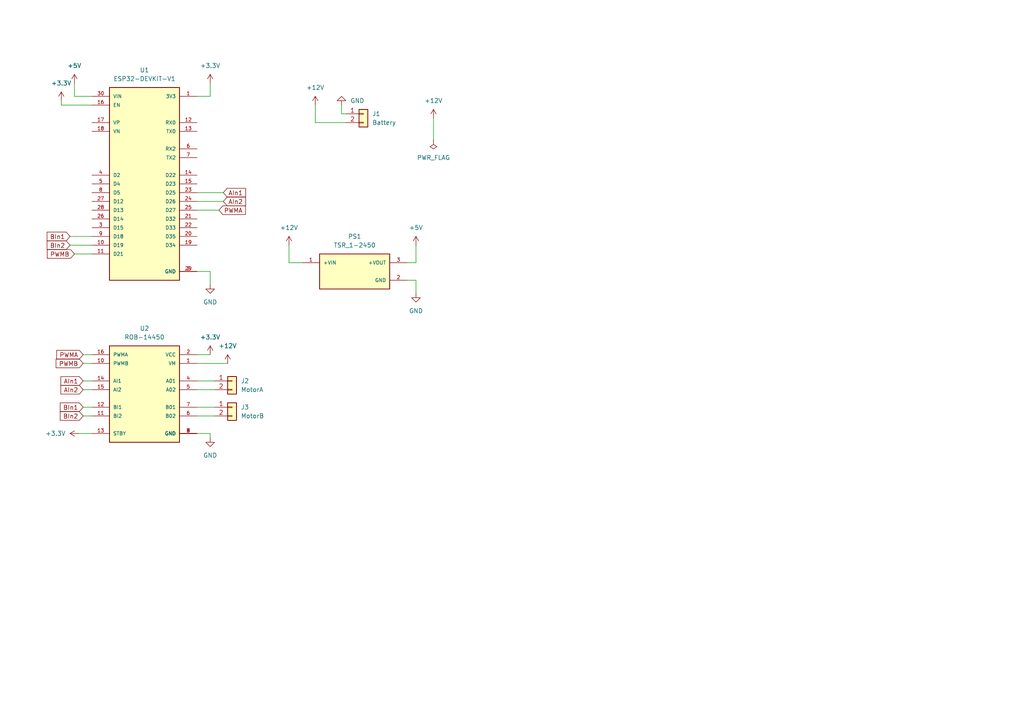
<source format=kicad_sch>
(kicad_sch (version 20231120) (generator "eeschema") (generator_version "8.0")
  (paper "A4")
  (lib_symbols
    (symbol "Connector_Generic:Conn_01x02" (pin_names (offset 1.016) hide)
      (property "Reference" "J" (at 0 2.54 0))
      (property "Value" "Conn_01x02" (at 0 -5.08 0))
      (symbol "Conn_01x02_1_1"
        (rectangle (start -1.27 -2.413) (end 0 -2.667) (stroke (width 0.1524)))
        (rectangle (start -1.27 0.127) (end 0 -0.127) (stroke (width 0.1524)))
        (rectangle (start -1.27 1.27) (end 1.27 -3.81) (stroke (width 0.254)) (fill (type background)))
        (pin passive line (at -5.08 0 0) (length 3.81) (name "Pin_1") (number "1"))
        (pin passive line (at -5.08 -2.54 0) (length 3.81) (name "Pin_2") (number "2"))
      )
    )
    (symbol "ESP32-DEVKIT-V1:ESP32-DEVKIT-V1" (pin_names (offset 1.016))
      (property "Reference" "U" (at -10.16 30.48 0))
      (property "Value" "ESP32-DEVKIT-V1" (at -10.16 -30.48 0))
      (symbol "ESP32-DEVKIT-V1_0_0"
        (rectangle (start -10.16 -27.94) (end 10.16 27.94) (stroke (width 0.254)) (fill (type background)))
        (pin output line (at 15.24 25.4 180) (length 5.08) (name "3V3") (number "1"))
        (pin bidirectional line (at -15.24 -17.78 0) (length 5.08) (name "D19") (number "10"))
        (pin bidirectional line (at -15.24 -20.32 0) (length 5.08) (name "D21") (number "11"))
        (pin input line (at 15.24 17.78 180) (length 5.08) (name "RX0") (number "12"))
        (pin output line (at 15.24 15.24 180) (length 5.08) (name "TX0") (number "13"))
        (pin bidirectional line (at 15.24 2.54 180) (length 5.08) (name "D22") (number "14"))
        (pin bidirectional line (at 15.24 0 180) (length 5.08) (name "D23") (number "15"))
        (pin input line (at -15.24 22.86 0) (length 5.08) (name "EN") (number "16"))
        (pin bidirectional line (at -15.24 17.78 0) (length 5.08) (name "VP") (number "17"))
        (pin bidirectional line (at -15.24 15.24 0) (length 5.08) (name "VN") (number "18"))
        (pin bidirectional line (at 15.24 -17.78 180) (length 5.08) (name "D34") (number "19"))
        (pin power_in line (at 15.24 -25.4 180) (length 5.08) (name "GND") (number "2"))
        (pin bidirectional line (at 15.24 -15.24 180) (length 5.08) (name "D35") (number "20"))
        (pin bidirectional line (at 15.24 -10.16 180) (length 5.08) (name "D32") (number "21"))
        (pin bidirectional line (at 15.24 -12.7 180) (length 5.08) (name "D33") (number "22"))
        (pin bidirectional line (at 15.24 -2.54 180) (length 5.08) (name "D25") (number "23"))
        (pin bidirectional line (at 15.24 -5.08 180) (length 5.08) (name "D26") (number "24"))
        (pin bidirectional line (at 15.24 -7.62 180) (length 5.08) (name "D27") (number "25"))
        (pin bidirectional line (at -15.24 -10.16 0) (length 5.08) (name "D14") (number "26"))
        (pin bidirectional line (at -15.24 -5.08 0) (length 5.08) (name "D12") (number "27"))
        (pin bidirectional line (at -15.24 -7.62 0) (length 5.08) (name "D13") (number "28"))
        (pin power_in line (at 15.24 -25.4 180) (length 5.08) (name "GND") (number "29"))
        (pin bidirectional line (at -15.24 -12.7 0) (length 5.08) (name "D15") (number "3"))
        (pin input line (at -15.24 25.4 0) (length 5.08) (name "VIN") (number "30"))
        (pin bidirectional line (at -15.24 2.54 0) (length 5.08) (name "D2") (number "4"))
        (pin bidirectional line (at -15.24 0 0) (length 5.08) (name "D4") (number "5"))
        (pin input line (at 15.24 10.16 180) (length 5.08) (name "RX2") (number "6"))
        (pin output line (at 15.24 7.62 180) (length 5.08) (name "TX2") (number "7"))
        (pin bidirectional line (at -15.24 -2.54 0) (length 5.08) (name "D5") (number "8"))
        (pin bidirectional line (at -15.24 -15.24 0) (length 5.08) (name "D18") (number "9"))
      )
    )
    (symbol "ROB-14450:ROB-14450" (pin_names (offset 1.016))
      (property "Reference" "U" (at -10.16 16.002 0))
      (property "Value" "ROB-14450" (at -10.16 -15.24 0))
      (symbol "ROB-14450_0_0"
        (rectangle (start -10.16 -12.7) (end 10.16 15.24) (stroke (width 0.254)) (fill (type background)))
        (pin power_in line (at 15.24 10.16 180) (length 5.08) (name "VM") (number "1"))
        (pin input line (at -15.24 10.16 0) (length 5.08) (name "PWMB") (number "10"))
        (pin input line (at -15.24 -5.08 0) (length 5.08) (name "BI2") (number "11"))
        (pin input line (at -15.24 -2.54 0) (length 5.08) (name "BI1") (number "12"))
        (pin input line (at -15.24 -10.16 0) (length 5.08) (name "STBY") (number "13"))
        (pin input line (at -15.24 5.08 0) (length 5.08) (name "AI1") (number "14"))
        (pin input line (at -15.24 2.54 0) (length 5.08) (name "AI2") (number "15"))
        (pin input line (at -15.24 12.7 0) (length 5.08) (name "PWMA") (number "16"))
        (pin power_in line (at 15.24 12.7 180) (length 5.08) (name "VCC") (number "2"))
        (pin power_in line (at 15.24 -10.16 180) (length 5.08) (name "GND") (number "3"))
        (pin output line (at 15.24 5.08 180) (length 5.08) (name "A01") (number "4"))
        (pin output line (at 15.24 2.54 180) (length 5.08) (name "A02") (number "5"))
        (pin output line (at 15.24 -5.08 180) (length 5.08) (name "B02") (number "6"))
        (pin output line (at 15.24 -2.54 180) (length 5.08) (name "B01") (number "7"))
        (pin power_in line (at 15.24 -10.16 180) (length 5.08) (name "GND") (number "8"))
        (pin power_in line (at 15.24 -10.16 180) (length 5.08) (name "GND") (number "9"))
      )
    )
    (symbol "TSR_1-2433:TSR_1-2433" (pin_names (offset 1.016))
      (property "Reference" "PS" (at -10.16 7.62 0))
      (property "Value" "TSR_1-2433" (at -10.16 -7.62 0))
      (symbol "TSR_1-2433_0_0"
        (rectangle (start -10.16 -5.08) (end 10.16 5.08) (stroke (width 0.254)) (fill (type background)))
        (pin input line (at -15.24 2.54 0) (length 5.08) (name "+VIN") (number "1"))
        (pin power_in line (at 15.24 -2.54 180) (length 5.08) (name "GND") (number "2"))
        (pin output line (at 15.24 2.54 180) (length 5.08) (name "+VOUT") (number "3"))
      )
    )
    (symbol "power:+12V" (power) (pin_names (offset 0))
      (property "Value" "+12V" (at 0 3.556 0))
      (symbol "+12V_0_1"
        (polyline (pts (xy -0.762 1.27) (xy 0 2.54)))
        (polyline (pts (xy 0 0) (xy 0 2.54)))
        (polyline (pts (xy 0 2.54) (xy 0.762 1.27)))
      )
      (symbol "+12V_1_1"
        (pin power_in line (at 0 0 90) (length 0) hide (name "+12V") (number "1"))
      )
    )
    (symbol "power:+3.3V" (power) (pin_names (offset 0))
      (property "Value" "+3.3V" (at 0 3.556 0))
      (symbol "+3.3V_0_1"
        (polyline (pts (xy -0.762 1.27) (xy 0 2.54)))
        (polyline (pts (xy 0 0) (xy 0 2.54)))
        (polyline (pts (xy 0 2.54) (xy 0.762 1.27)))
      )
      (symbol "+3.3V_1_1"
        (pin power_in line (at 0 0 90) (length 0) hide (name "+3.3V") (number "1"))
      )
    )
    (symbol "power:GND" (power) (pin_names (offset 0))
      (property "Value" "GND" (at 0 -3.81 0))
      (symbol "GND_0_1"
        (polyline (pts (xy 0 0) (xy 0 -1.27) (xy 1.27 -1.27) (xy 0 -2.54) (xy -1.27 -1.27) (xy 0 -1.27)))
      )
      (symbol "GND_1_1"
        (pin power_in line (at 0 0 270) (length 0) hide (name "GND") (number "1"))
      )
    )
    (symbol "power:PWR_FLAG" (power) (pin_numbers hide) (pin_names (offset 0) hide)
      (property "Value" "PWR_FLAG" (at 0 3.81 0))
      (symbol "PWR_FLAG_0_0"
        (pin power_out line (at 0 0 90) (length 0) (name "~") (number "1"))
      )
      (symbol "PWR_FLAG_0_1"
        (polyline (pts (xy 0 0) (xy 0 1.27) (xy -1.016 1.905) (xy 0 2.54) (xy 1.016 1.905) (xy 0 1.27)))
      )
    )
  )
  (wire (pts (xy 22.86 125.73) (xy 26.67 125.73)))
  (wire (pts (xy 120.65 76.2) (xy 118.11 76.2)))
  (wire (pts (xy 57.15 78.74) (xy 60.96 78.74)))
  (wire (pts (xy 24.13 105.41) (xy 26.67 105.41)))
  (wire (pts (xy 99.06 30.48) (xy 99.06 33.02)))
  (wire (pts (xy 57.15 102.87) (xy 60.96 102.87)))
  (wire (pts (xy 21.59 73.66) (xy 26.67 73.66)))
  (wire (pts (xy 91.44 35.56) (xy 91.44 30.48)))
  (wire (pts (xy 20.32 71.12) (xy 26.67 71.12)))
  (wire (pts (xy 57.15 105.41) (xy 66.04 105.41)))
  (wire (pts (xy 60.96 125.73) (xy 60.96 127)))
  (wire (pts (xy 118.11 81.28) (xy 120.65 81.28)))
  (wire (pts (xy 83.82 71.12) (xy 83.82 76.2)))
  (wire (pts (xy 57.15 118.11) (xy 62.23 118.11)))
  (wire (pts (xy 57.15 120.65) (xy 62.23 120.65)))
  (wire (pts (xy 57.15 110.49) (xy 62.23 110.49)))
  (wire (pts (xy 24.13 120.65) (xy 26.67 120.65)))
  (wire (pts (xy 120.65 81.28) (xy 120.65 85.09)))
  (wire (pts (xy 100.33 35.56) (xy 91.44 35.56)))
  (wire (pts (xy 57.15 55.88) (xy 64.77 55.88)))
  (wire (pts (xy 60.96 27.94) (xy 57.15 27.94)))
  (wire (pts (xy 83.82 76.2) (xy 87.63 76.2)))
  (wire (pts (xy 24.13 118.11) (xy 26.67 118.11)))
  (wire (pts (xy 57.15 125.73) (xy 60.96 125.73)))
  (wire (pts (xy 17.78 29.21) (xy 17.78 30.48)))
  (wire (pts (xy 57.15 60.96) (xy 63.5 60.96)))
  (wire (pts (xy 125.73 34.29) (xy 125.73 40.64)))
  (wire (pts (xy 24.13 110.49) (xy 26.67 110.49)))
  (wire (pts (xy 57.15 113.03) (xy 62.23 113.03)))
  (wire (pts (xy 20.32 68.58) (xy 26.67 68.58)))
  (wire (pts (xy 24.13 102.87) (xy 26.67 102.87)))
  (wire (pts (xy 17.78 30.48) (xy 26.67 30.48)))
  (wire (pts (xy 60.96 24.13) (xy 60.96 27.94)))
  (wire (pts (xy 57.15 58.42) (xy 64.77 58.42)))
  (wire (pts (xy 99.06 33.02) (xy 100.33 33.02)))
  (wire (pts (xy 24.13 113.03) (xy 26.67 113.03)))
  (wire (pts (xy 21.59 24.13) (xy 21.59 27.94)))
  (wire (pts (xy 60.96 78.74) (xy 60.96 82.55)))
  (wire (pts (xy 21.59 27.94) (xy 26.67 27.94)))
  (wire (pts (xy 120.65 71.12) (xy 120.65 76.2)))
  (global_label "BIn2" (shape input) (at 20.32 71.12 180) (property "Intersheetrefs" "${INTERSHEET_REFS}" (effects (hide yes))))
  (global_label "AIn2" (shape input) (at 64.77 58.42 0) (property "Intersheetrefs" "${INTERSHEET_REFS}" (effects (hide yes))))
  (global_label "AIn1" (shape input) (at 64.77 55.88 0) (property "Intersheetrefs" "${INTERSHEET_REFS}" (effects (hide yes))))
  (global_label "PWMA" (shape input) (at 24.13 102.87 180) (property "Intersheetrefs" "${INTERSHEET_REFS}" (effects (hide yes))))
  (global_label "PWMA" (shape input) (at 63.5 60.96 0) (property "Intersheetrefs" "${INTERSHEET_REFS}" (effects (hide yes))))
  (global_label "PWMB" (shape input) (at 24.13 105.41 180) (property "Intersheetrefs" "${INTERSHEET_REFS}" (effects (hide yes))))
  (global_label "AIn2" (shape input) (at 24.13 113.03 180) (property "Intersheetrefs" "${INTERSHEET_REFS}" (effects (hide yes))))
  (global_label "BIn2" (shape input) (at 24.13 120.65 180) (property "Intersheetrefs" "${INTERSHEET_REFS}" (effects (hide yes))))
  (global_label "BIn1" (shape input) (at 24.13 118.11 180) (property "Intersheetrefs" "${INTERSHEET_REFS}" (effects (hide yes))))
  (global_label "AIn1" (shape input) (at 24.13 110.49 180) (property "Intersheetrefs" "${INTERSHEET_REFS}" (effects (hide yes))))
  (global_label "PWMB" (shape input) (at 21.59 73.66 180) (property "Intersheetrefs" "${INTERSHEET_REFS}" (effects (hide yes))))
  (global_label "BIn1" (shape input) (at 20.32 68.58 180) (property "Intersheetrefs" "${INTERSHEET_REFS}" (effects (hide yes))))
  (symbol (lib_id "power:+12V") (at 17.78 29.21 0) (unit 1)
    (property "Reference" "#PWR010" (effects (hide yes)))
    (property "Value" "+3.3V" (at 17.78 24.13 0))
  )
  (symbol (lib_id "power:PWR_FLAG") (at 125.73 40.64 180) (unit 1)
    (property "Reference" "#FLG01" (effects (hide yes)))
    (property "Value" "PWR_FLAG" (at 125.73 45.72 0))
    (property "Description" "Special symbol for telling ERC where power comes from" (effects (hide yes)))
  )
  (symbol (lib_id "power:+12V") (at 60.96 24.13 0) (unit 1)
    (property "Reference" "#PWR02" (effects (hide yes)))
    (property "Value" "+3.3V" (at 60.96 19.05 0))
  )
  (symbol (lib_id "power:GND") (at 60.96 82.55 0) (unit 1)
    (property "Reference" "#PWR06" (effects (hide yes)))
    (property "Value" "GND" (at 60.96 87.63 0))
  )
  (symbol (lib_id "ESP32-DEVKIT-V1:ESP32-DEVKIT-V1") (at 41.91 53.34 0) (unit 1)
    (property "Reference" "U1" (at 41.91 20.32 0))
    (property "Value" "ESP32-DEVKIT-V1" (at 41.91 22.86 0))
    (property "Footprint" "Library:MODULE_ESP32_DEVKIT_V1" (effects (hide yes)))
    (property "MF" "Do it" (effects (hide yes)))
    (property "MAXIMUM_PACKAGE_HEIGHT" "6.8 mm" (effects (hide yes)))
    (property "Package" "None" (effects (hide yes)))
    (property "Price" "None" (effects (hide yes)))
    (property "Check_prices" "https://www.snapeda.com/parts/ESP32-DEVKIT-V1/Do+it/view-part/?ref=eda" (effects (hide yes)))
    (property "STANDARD" "Manufacturer Recommendations" (effects (hide yes)))
    (property "PARTREV" "N/A" (effects (hide yes)))
    (property "SnapEDA_Link" "https://www.snapeda.com/parts/ESP32-DEVKIT-V1/Do+it/view-part/?ref=snap" (effects (hide yes)))
    (property "MP" "ESP32-DEVKIT-V1" (effects (hide yes)))
    (property "Description_1" "\n                        \n                            Dual core, Wi-Fi: 2.4 GHz up to 150 Mbits/s,BLE (Bluetooth Low Energy) and legacy Bluetooth, 32 bits, Up to 240 MHz\n                        \n" (effects (hide yes)))
    (property "Availability" "Not in stock" (effects (hide yes)))
    (property "MANUFACTURER" "DOIT" (effects (hide yes)))
  )
  (symbol (lib_id "TSR_1-2433:TSR_1-2433") (at 102.87 78.74 0) (unit 1)
    (property "Reference" "PS1" (at 102.87 68.58 0))
    (property "Value" "TSR_1-2450" (at 102.87 71.12 0))
    (property "Footprint" "TSR_1-2433:CONV_TSR_1-2433" (effects (hide yes)))
    (property "MF" "Traco Power" (effects (hide yes)))
    (property "MAXIMUM_PACKAGE_HEIGHT" "10.6mm" (effects (hide yes)))
    (property "Package" "SIP-3 Traco Power" (effects (hide yes)))
    (property "Price" "None" (effects (hide yes)))
    (property "Check_prices" "https://www.snapeda.com/parts/TSR%201-2433/Traco+Power/view-part/?ref=eda" (effects (hide yes)))
    (property "STANDARD" "Manufacturer Recommendations" (effects (hide yes)))
    (property "PARTREV" "Apr 27, 2020" (effects (hide yes)))
    (property "SnapEDA_Link" "https://www.snapeda.com/parts/TSR%201-2433/Traco+Power/view-part/?ref=snap" (effects (hide yes)))
    (property "MP" "TSR 1-2433" (effects (hide yes)))
    (property "Description_1" "\n                        \n                            1 Amp POL switching regulator, wide input range, pos.-pos. circuit, LM78 compatible, SIP-3\n                        \n" (effects (hide yes)))
    (property "Availability" "In Stock" (effects (hide yes)))
    (property "MANUFACTURER" "Traco Power" (effects (hide yes)))
  )
  (symbol (lib_id "power:+3.3V") (at 21.59 24.13 0) (unit 1)
    (property "Reference" "#PWR05" (effects (hide yes)))
    (property "Value" "+5V" (at 21.59 19.05 0))
  )
  (symbol (lib_id "power:GND") (at 99.06 30.48 180) (unit 1)
    (property "Reference" "#PWR04" (effects (hide yes)))
    (property "Value" "GND" (at 101.6 29.21 0) (effects (justify right)))
  )
  (symbol (lib_id "power:+12V") (at 83.82 71.12 0) (unit 1)
    (property "Reference" "#PWR09" (effects (hide yes)))
    (property "Value" "+12V" (at 83.82 66.04 0))
  )
  (symbol (lib_id "power:+12V") (at 91.44 30.48 0) (unit 1)
    (property "Reference" "#PWR03" (effects (hide yes)))
    (property "Value" "+12V" (at 91.44 25.4 0))
  )
  (symbol (lib_id "Connector_Generic:Conn_01x02") (at 105.41 33.02 0) (unit 1)
    (property "Reference" "J1" (at 107.95 33.02 0) (effects (justify left)))
    (property "Value" "Battery" (at 107.95 35.56 0) (effects (justify left)))
    (property "Footprint" "TerminalBlock:TerminalBlock_Xinya_XY308-2.54-2P_1x02_P2.54mm_Horizontal" (effects (hide yes)))
  )
  (symbol (lib_id "power:GND") (at 60.96 127 0) (unit 1)
    (property "Reference" "#PWR013" (effects (hide yes)))
    (property "Value" "GND" (at 60.96 132.08 0))
  )
  (symbol (lib_id "power:+12V") (at 22.86 125.73 90) (unit 1)
    (property "Reference" "#PWR015" (effects (hide yes)))
    (property "Value" "+3.3V" (at 19.05 125.7299 90) (effects (justify left)))
  )
  (symbol (lib_id "power:GND") (at 120.65 85.09 0) (unit 1)
    (property "Reference" "#PWR07" (effects (hide yes)))
    (property "Value" "GND" (at 120.65 90.17 0))
  )
  (symbol (lib_id "power:+12V") (at 125.73 34.29 0) (unit 1)
    (property "Reference" "#PWR01" (effects (hide yes)))
    (property "Value" "+12V" (at 125.73 29.21 0))
  )
  (symbol (lib_id "power:+3.3V") (at 120.65 71.12 0) (unit 1)
    (property "Reference" "#PWR08" (effects (hide yes)))
    (property "Value" "+5V" (at 120.65 66.04 0))
  )
  (symbol (lib_id "ROB-14450:ROB-14450") (at 41.91 115.57 0) (unit 1)
    (property "Reference" "U2" (at 41.91 95.25 0))
    (property "Value" "ROB-14450" (at 41.91 97.79 0))
    (property "Footprint" "Library:MODULE_ROB-14450" (effects (hide yes)))
    (property "MF" "SparkFun Electronics" (effects (hide yes)))
    (property "Description_1" "\n                        \n                            TB6612FNG - Motor Controller/Driver Power Management Evaluation Board\n                        \n" (effects (hide yes)))
    (property "Package" "None" (effects (hide yes)))
    (property "Price" "None" (effects (hide yes)))
    (property "Check_prices" "https://www.snapeda.com/parts/ROB-14450/SparkFun/view-part/?ref=eda" (effects (hide yes)))
    (property "STANDARD" "Manufacturer Recommendation" (effects (hide yes)))
    (property "PARTREV" "11-13-17" (effects (hide yes)))
    (property "SnapEDA_Link" "https://www.snapeda.com/parts/ROB-14450/SparkFun/view-part/?ref=snap" (effects (hide yes)))
    (property "MP" "ROB-14450" (effects (hide yes)))
    (property "Availability" "In Stock" (effects (hide yes)))
    (property "MANUFACTURER" "Sparkfun Electronics" (effects (hide yes)))
  )
  (symbol (lib_id "Connector_Generic:Conn_01x02") (at 67.31 110.49 0) (unit 1)
    (property "Reference" "J2" (at 69.85 110.4899 0) (effects (justify left)))
    (property "Value" "MotorA" (at 69.85 113.0299 0) (effects (justify left)))
    (property "Footprint" "TerminalBlock:TerminalBlock_Xinya_XY308-2.54-2P_1x02_P2.54mm_Horizontal" (effects (hide yes)))
  )
  (symbol (lib_id "power:+12V") (at 66.04 105.41 0) (unit 1)
    (property "Reference" "#PWR011" (effects (hide yes)))
    (property "Value" "+12V" (at 66.04 100.33 0))
  )
  (symbol (lib_id "power:+12V") (at 60.96 102.87 0) (unit 1)
    (property "Reference" "#PWR012" (effects (hide yes)))
    (property "Value" "+3.3V" (at 60.96 97.79 0))
  )
  (symbol (lib_id "Connector_Generic:Conn_01x02") (at 67.31 118.11 0) (unit 1)
    (property "Reference" "J3" (at 69.85 118.1099 0) (effects (justify left)))
    (property "Value" "MotorB" (at 69.85 120.6499 0) (effects (justify left)))
    (property "Footprint" "TerminalBlock:TerminalBlock_Xinya_XY308-2.54-2P_1x02_P2.54mm_Horizontal" (effects (hide yes)))
  )
)
</source>
